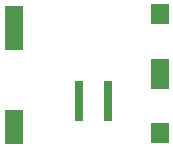
<source format=gtp>
%TF.GenerationSoftware,KiCad,Pcbnew,7.0.7*%
%TF.CreationDate,2023-11-04T12:16:01+01:00*%
%TF.ProjectId,amoeba-ulp,616d6f65-6261-42d7-956c-702e6b696361,rev?*%
%TF.SameCoordinates,Original*%
%TF.FileFunction,Paste,Top*%
%TF.FilePolarity,Positive*%
%FSLAX46Y46*%
G04 Gerber Fmt 4.6, Leading zero omitted, Abs format (unit mm)*
G04 Created by KiCad (PCBNEW 7.0.7) date 2023-11-04 12:16:01*
%MOMM*%
%LPD*%
G01*
G04 APERTURE LIST*
%ADD10R,1.600000X1.800000*%
%ADD11R,1.600000X2.600000*%
%ADD12R,1.600000X3.000000*%
%ADD13R,1.600000X3.800000*%
%ADD14R,0.700000X3.400000*%
G04 APERTURE END LIST*
D10*
%TO.C,ULP1*%
X113300000Y-111425000D03*
D11*
X113300000Y-106400000D03*
D10*
X113300000Y-101375000D03*
D12*
X100900000Y-110900000D03*
D13*
X100900000Y-102500000D03*
D14*
X108900000Y-108700000D03*
X106450000Y-108700000D03*
%TD*%
M02*

</source>
